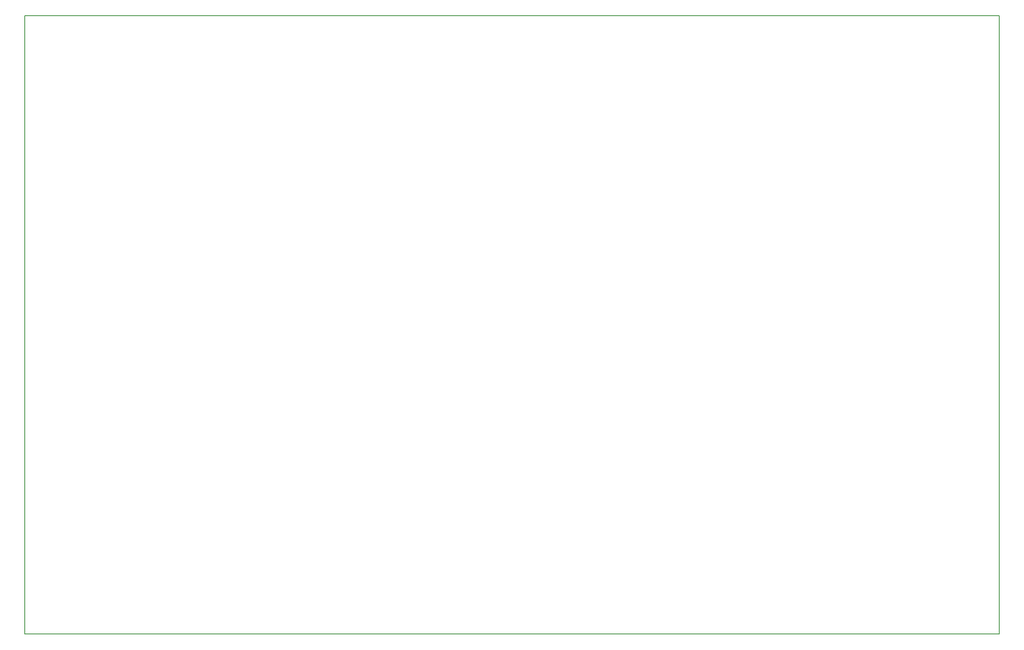
<source format=gbr>
G04 #@! TF.GenerationSoftware,KiCad,Pcbnew,7.0.7*
G04 #@! TF.CreationDate,2023-10-24T13:27:02-04:00*
G04 #@! TF.ProjectId,SchineLab_CoilFET_Board,53636869-6e65-44c6-9162-5f436f696c46,rev?*
G04 #@! TF.SameCoordinates,Original*
G04 #@! TF.FileFunction,Profile,NP*
%FSLAX46Y46*%
G04 Gerber Fmt 4.6, Leading zero omitted, Abs format (unit mm)*
G04 Created by KiCad (PCBNEW 7.0.7) date 2023-10-24 13:27:02*
%MOMM*%
%LPD*%
G01*
G04 APERTURE LIST*
G04 #@! TA.AperFunction,Profile*
%ADD10C,0.200000*%
G04 #@! TD*
G04 APERTURE END LIST*
D10*
X30000000Y-30000000D02*
X30000000Y-157000000D01*
X230000000Y-30000000D02*
X30000000Y-30000000D01*
X30000000Y-157000000D02*
X230000000Y-157000000D01*
X230000000Y-157000000D02*
X230000000Y-30000000D01*
M02*

</source>
